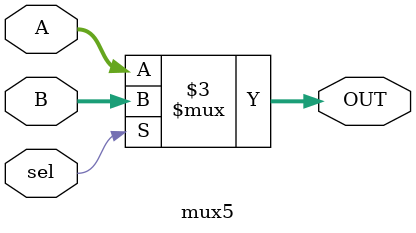
<source format=v>
`timescale 1ns / 1ps
module mux5(OUT,A,B,sel);
input [4:0]A;
input [4:0]B;
input sel;
output reg [4:0]OUT;
always@(A,B,sel)
begin
case(sel)
0:OUT<=A;
default:OUT<=B;
endcase
end
endmodule 


</source>
